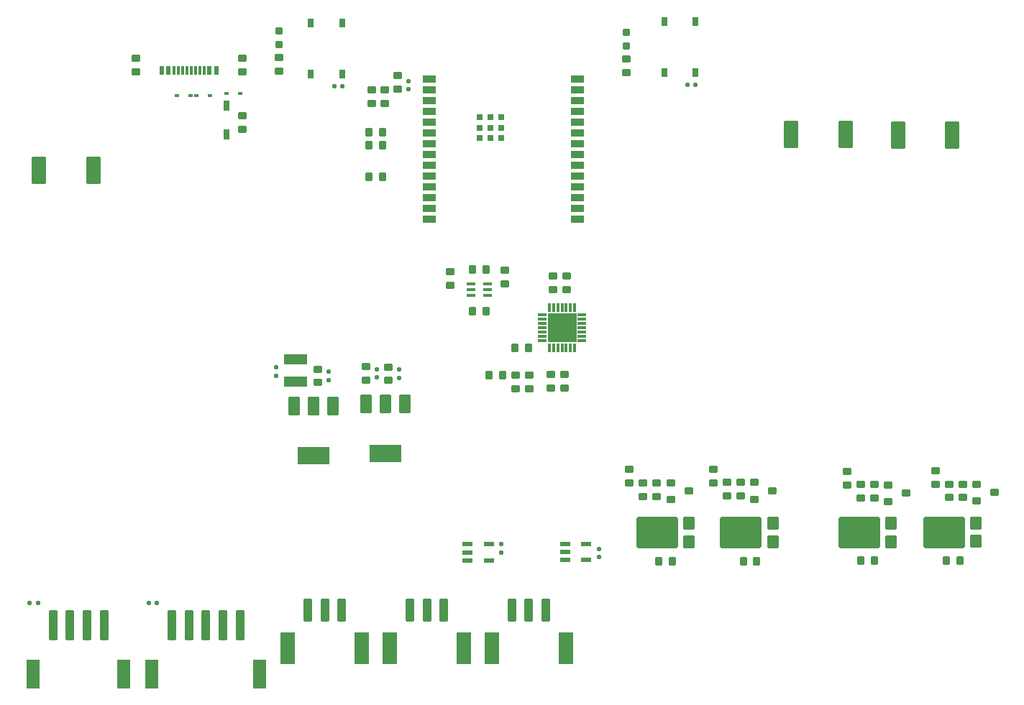
<source format=gtp>
G04*
G04 #@! TF.GenerationSoftware,Altium Limited,Altium Designer,22.8.2 (66)*
G04*
G04 Layer_Color=8421504*
%FSAX25Y25*%
%MOIN*%
G70*
G04*
G04 #@! TF.SameCoordinates,CD0932C5-B174-4F7F-AF8C-C675B02BC22C*
G04*
G04*
G04 #@! TF.FilePolarity,Positive*
G04*
G01*
G75*
G04:AMPARAMS|DCode=16|XSize=47.24mil|YSize=21.65mil|CornerRadius=2.17mil|HoleSize=0mil|Usage=FLASHONLY|Rotation=0.000|XOffset=0mil|YOffset=0mil|HoleType=Round|Shape=RoundedRectangle|*
%AMROUNDEDRECTD16*
21,1,0.04724,0.01732,0,0,0.0*
21,1,0.04291,0.02165,0,0,0.0*
1,1,0.00433,0.02146,-0.00866*
1,1,0.00433,-0.02146,-0.00866*
1,1,0.00433,-0.02146,0.00866*
1,1,0.00433,0.02146,0.00866*
%
%ADD16ROUNDEDRECTD16*%
G04:AMPARAMS|DCode=17|XSize=55.12mil|YSize=84.65mil|CornerRadius=5.51mil|HoleSize=0mil|Usage=FLASHONLY|Rotation=0.000|XOffset=0mil|YOffset=0mil|HoleType=Round|Shape=RoundedRectangle|*
%AMROUNDEDRECTD17*
21,1,0.05512,0.07362,0,0,0.0*
21,1,0.04409,0.08465,0,0,0.0*
1,1,0.01102,0.02205,-0.03681*
1,1,0.01102,-0.02205,-0.03681*
1,1,0.01102,-0.02205,0.03681*
1,1,0.01102,0.02205,0.03681*
%
%ADD17ROUNDEDRECTD17*%
%ADD18R,0.14567X0.08465*%
G04:AMPARAMS|DCode=19|XSize=37.4mil|YSize=33.47mil|CornerRadius=3.35mil|HoleSize=0mil|Usage=FLASHONLY|Rotation=0.000|XOffset=0mil|YOffset=0mil|HoleType=Round|Shape=RoundedRectangle|*
%AMROUNDEDRECTD19*
21,1,0.03740,0.02677,0,0,0.0*
21,1,0.03071,0.03347,0,0,0.0*
1,1,0.00669,0.01535,-0.01339*
1,1,0.00669,-0.01535,-0.01339*
1,1,0.00669,-0.01535,0.01339*
1,1,0.00669,0.01535,0.01339*
%
%ADD19ROUNDEDRECTD19*%
G04:AMPARAMS|DCode=20|XSize=40.16mil|YSize=14.17mil|CornerRadius=1.42mil|HoleSize=0mil|Usage=FLASHONLY|Rotation=0.000|XOffset=0mil|YOffset=0mil|HoleType=Round|Shape=RoundedRectangle|*
%AMROUNDEDRECTD20*
21,1,0.04016,0.01134,0,0,0.0*
21,1,0.03732,0.01417,0,0,0.0*
1,1,0.00284,0.01866,-0.00567*
1,1,0.00284,-0.01866,-0.00567*
1,1,0.00284,-0.01866,0.00567*
1,1,0.00284,0.01866,0.00567*
%
%ADD20ROUNDEDRECTD20*%
G04:AMPARAMS|DCode=21|XSize=39.37mil|YSize=137.8mil|CornerRadius=3.94mil|HoleSize=0mil|Usage=FLASHONLY|Rotation=0.000|XOffset=0mil|YOffset=0mil|HoleType=Round|Shape=RoundedRectangle|*
%AMROUNDEDRECTD21*
21,1,0.03937,0.12992,0,0,0.0*
21,1,0.03150,0.13780,0,0,0.0*
1,1,0.00787,0.01575,-0.06496*
1,1,0.00787,-0.01575,-0.06496*
1,1,0.00787,-0.01575,0.06496*
1,1,0.00787,0.01575,0.06496*
%
%ADD21ROUNDEDRECTD21*%
%ADD22R,0.05906X0.13386*%
G04:AMPARAMS|DCode=23|XSize=39.37mil|YSize=106.3mil|CornerRadius=3.94mil|HoleSize=0mil|Usage=FLASHONLY|Rotation=180.000|XOffset=0mil|YOffset=0mil|HoleType=Round|Shape=RoundedRectangle|*
%AMROUNDEDRECTD23*
21,1,0.03937,0.09843,0,0,180.0*
21,1,0.03150,0.10630,0,0,180.0*
1,1,0.00787,-0.01575,0.04921*
1,1,0.00787,0.01575,0.04921*
1,1,0.00787,0.01575,-0.04921*
1,1,0.00787,-0.01575,-0.04921*
%
%ADD23ROUNDEDRECTD23*%
%ADD24R,0.07087X0.14961*%
G04:AMPARAMS|DCode=25|XSize=20mil|YSize=20mil|CornerRadius=2mil|HoleSize=0mil|Usage=FLASHONLY|Rotation=180.000|XOffset=0mil|YOffset=0mil|HoleType=Round|Shape=RoundedRectangle|*
%AMROUNDEDRECTD25*
21,1,0.02000,0.01600,0,0,180.0*
21,1,0.01600,0.02000,0,0,180.0*
1,1,0.00400,-0.00800,0.00800*
1,1,0.00400,0.00800,0.00800*
1,1,0.00400,0.00800,-0.00800*
1,1,0.00400,-0.00800,-0.00800*
%
%ADD25ROUNDEDRECTD25*%
G04:AMPARAMS|DCode=26|XSize=37.4mil|YSize=33.47mil|CornerRadius=3.35mil|HoleSize=0mil|Usage=FLASHONLY|Rotation=270.000|XOffset=0mil|YOffset=0mil|HoleType=Round|Shape=RoundedRectangle|*
%AMROUNDEDRECTD26*
21,1,0.03740,0.02677,0,0,270.0*
21,1,0.03071,0.03347,0,0,270.0*
1,1,0.00669,-0.01339,-0.01535*
1,1,0.00669,-0.01339,0.01535*
1,1,0.00669,0.01339,0.01535*
1,1,0.00669,0.01339,-0.01535*
%
%ADD26ROUNDEDRECTD26*%
G04:AMPARAMS|DCode=27|XSize=20.87mil|YSize=16.54mil|CornerRadius=1.65mil|HoleSize=0mil|Usage=FLASHONLY|Rotation=180.000|XOffset=0mil|YOffset=0mil|HoleType=Round|Shape=RoundedRectangle|*
%AMROUNDEDRECTD27*
21,1,0.02087,0.01323,0,0,180.0*
21,1,0.01756,0.01654,0,0,180.0*
1,1,0.00331,-0.00878,0.00661*
1,1,0.00331,0.00878,0.00661*
1,1,0.00331,0.00878,-0.00661*
1,1,0.00331,-0.00878,-0.00661*
%
%ADD27ROUNDEDRECTD27*%
G04:AMPARAMS|DCode=28|XSize=47.24mil|YSize=29.53mil|CornerRadius=2.95mil|HoleSize=0mil|Usage=FLASHONLY|Rotation=90.000|XOffset=0mil|YOffset=0mil|HoleType=Round|Shape=RoundedRectangle|*
%AMROUNDEDRECTD28*
21,1,0.04724,0.02362,0,0,90.0*
21,1,0.04134,0.02953,0,0,90.0*
1,1,0.00591,0.01181,0.02067*
1,1,0.00591,0.01181,-0.02067*
1,1,0.00591,-0.01181,-0.02067*
1,1,0.00591,-0.01181,0.02067*
%
%ADD28ROUNDEDRECTD28*%
G04:AMPARAMS|DCode=29|XSize=59.06mil|YSize=35.43mil|CornerRadius=3.54mil|HoleSize=0mil|Usage=FLASHONLY|Rotation=0.000|XOffset=0mil|YOffset=0mil|HoleType=Round|Shape=RoundedRectangle|*
%AMROUNDEDRECTD29*
21,1,0.05906,0.02835,0,0,0.0*
21,1,0.05197,0.03543,0,0,0.0*
1,1,0.00709,0.02598,-0.01417*
1,1,0.00709,-0.02598,-0.01417*
1,1,0.00709,-0.02598,0.01417*
1,1,0.00709,0.02598,0.01417*
%
%ADD29ROUNDEDRECTD29*%
%ADD30R,0.03150X0.03150*%
G04:AMPARAMS|DCode=31|XSize=20mil|YSize=20mil|CornerRadius=2mil|HoleSize=0mil|Usage=FLASHONLY|Rotation=90.000|XOffset=0mil|YOffset=0mil|HoleType=Round|Shape=RoundedRectangle|*
%AMROUNDEDRECTD31*
21,1,0.02000,0.01600,0,0,90.0*
21,1,0.01600,0.02000,0,0,90.0*
1,1,0.00400,0.00800,0.00800*
1,1,0.00400,0.00800,-0.00800*
1,1,0.00400,-0.00800,-0.00800*
1,1,0.00400,-0.00800,0.00800*
%
%ADD31ROUNDEDRECTD31*%
G04:AMPARAMS|DCode=32|XSize=31.5mil|YSize=31.5mil|CornerRadius=3.94mil|HoleSize=0mil|Usage=FLASHONLY|Rotation=90.000|XOffset=0mil|YOffset=0mil|HoleType=Round|Shape=RoundedRectangle|*
%AMROUNDEDRECTD32*
21,1,0.03150,0.02362,0,0,90.0*
21,1,0.02362,0.03150,0,0,90.0*
1,1,0.00787,0.01181,0.01181*
1,1,0.00787,0.01181,-0.01181*
1,1,0.00787,-0.01181,-0.01181*
1,1,0.00787,-0.01181,0.01181*
%
%ADD32ROUNDEDRECTD32*%
G04:AMPARAMS|DCode=33|XSize=107.09mil|YSize=49.61mil|CornerRadius=4.96mil|HoleSize=0mil|Usage=FLASHONLY|Rotation=0.000|XOffset=0mil|YOffset=0mil|HoleType=Round|Shape=RoundedRectangle|*
%AMROUNDEDRECTD33*
21,1,0.10709,0.03969,0,0,0.0*
21,1,0.09717,0.04961,0,0,0.0*
1,1,0.00992,0.04858,-0.01984*
1,1,0.00992,-0.04858,-0.01984*
1,1,0.00992,-0.04858,0.01984*
1,1,0.00992,0.04858,0.01984*
%
%ADD33ROUNDEDRECTD33*%
G04:AMPARAMS|DCode=34|XSize=39.37mil|YSize=11.81mil|CornerRadius=1.18mil|HoleSize=0mil|Usage=FLASHONLY|Rotation=0.000|XOffset=0mil|YOffset=0mil|HoleType=Round|Shape=RoundedRectangle|*
%AMROUNDEDRECTD34*
21,1,0.03937,0.00945,0,0,0.0*
21,1,0.03701,0.01181,0,0,0.0*
1,1,0.00236,0.01850,-0.00472*
1,1,0.00236,-0.01850,-0.00472*
1,1,0.00236,-0.01850,0.00472*
1,1,0.00236,0.01850,0.00472*
%
%ADD34ROUNDEDRECTD34*%
G04:AMPARAMS|DCode=35|XSize=39.37mil|YSize=11.81mil|CornerRadius=1.18mil|HoleSize=0mil|Usage=FLASHONLY|Rotation=90.000|XOffset=0mil|YOffset=0mil|HoleType=Round|Shape=RoundedRectangle|*
%AMROUNDEDRECTD35*
21,1,0.03937,0.00945,0,0,90.0*
21,1,0.03701,0.01181,0,0,90.0*
1,1,0.00236,0.00472,0.01850*
1,1,0.00236,0.00472,-0.01850*
1,1,0.00236,-0.00472,-0.01850*
1,1,0.00236,-0.00472,0.01850*
%
%ADD35ROUNDEDRECTD35*%
%ADD36R,0.13189X0.13189*%
G04:AMPARAMS|DCode=37|XSize=33.47mil|YSize=39.37mil|CornerRadius=3.35mil|HoleSize=0mil|Usage=FLASHONLY|Rotation=270.000|XOffset=0mil|YOffset=0mil|HoleType=Round|Shape=RoundedRectangle|*
%AMROUNDEDRECTD37*
21,1,0.03347,0.03268,0,0,270.0*
21,1,0.02677,0.03937,0,0,270.0*
1,1,0.00669,-0.01634,-0.01339*
1,1,0.00669,-0.01634,0.01339*
1,1,0.00669,0.01634,0.01339*
1,1,0.00669,0.01634,-0.01339*
%
%ADD37ROUNDEDRECTD37*%
G04:AMPARAMS|DCode=38|XSize=62.99mil|YSize=52.76mil|CornerRadius=5.28mil|HoleSize=0mil|Usage=FLASHONLY|Rotation=270.000|XOffset=0mil|YOffset=0mil|HoleType=Round|Shape=RoundedRectangle|*
%AMROUNDEDRECTD38*
21,1,0.06299,0.04221,0,0,270.0*
21,1,0.05244,0.05276,0,0,270.0*
1,1,0.01055,-0.02110,-0.02622*
1,1,0.01055,-0.02110,0.02622*
1,1,0.01055,0.02110,0.02622*
1,1,0.01055,0.02110,-0.02622*
%
%ADD38ROUNDEDRECTD38*%
G04:AMPARAMS|DCode=39|XSize=195.28mil|YSize=149.61mil|CornerRadius=14.96mil|HoleSize=0mil|Usage=FLASHONLY|Rotation=0.000|XOffset=0mil|YOffset=0mil|HoleType=Round|Shape=RoundedRectangle|*
%AMROUNDEDRECTD39*
21,1,0.19528,0.11969,0,0,0.0*
21,1,0.16535,0.14961,0,0,0.0*
1,1,0.02992,0.08268,-0.05984*
1,1,0.02992,-0.08268,-0.05984*
1,1,0.02992,-0.08268,0.05984*
1,1,0.02992,0.08268,0.05984*
%
%ADD39ROUNDEDRECTD39*%
G04:AMPARAMS|DCode=40|XSize=67.72mil|YSize=125.98mil|CornerRadius=6.77mil|HoleSize=0mil|Usage=FLASHONLY|Rotation=0.000|XOffset=0mil|YOffset=0mil|HoleType=Round|Shape=RoundedRectangle|*
%AMROUNDEDRECTD40*
21,1,0.06772,0.11244,0,0,0.0*
21,1,0.05417,0.12598,0,0,0.0*
1,1,0.01354,0.02709,-0.05622*
1,1,0.01354,-0.02709,-0.05622*
1,1,0.01354,-0.02709,0.05622*
1,1,0.01354,0.02709,0.05622*
%
%ADD40ROUNDEDRECTD40*%
G04:AMPARAMS|DCode=41|XSize=39.37mil|YSize=27.56mil|CornerRadius=2.76mil|HoleSize=0mil|Usage=FLASHONLY|Rotation=90.000|XOffset=0mil|YOffset=0mil|HoleType=Round|Shape=RoundedRectangle|*
%AMROUNDEDRECTD41*
21,1,0.03937,0.02205,0,0,90.0*
21,1,0.03386,0.02756,0,0,90.0*
1,1,0.00551,0.01102,0.01693*
1,1,0.00551,0.01102,-0.01693*
1,1,0.00551,-0.01102,-0.01693*
1,1,0.00551,-0.01102,0.01693*
%
%ADD41ROUNDEDRECTD41*%
%ADD42R,0.02362X0.04488*%
%ADD43R,0.01181X0.04488*%
D16*
X0634938Y0793248D02*
D03*
Y0785768D02*
D03*
X0625096D02*
D03*
Y0789508D02*
D03*
Y0793248D02*
D03*
X0680038Y0793448D02*
D03*
Y0785968D02*
D03*
X0670196D02*
D03*
Y0789708D02*
D03*
Y0793448D02*
D03*
D17*
X0596072Y0858364D02*
D03*
X0587017D02*
D03*
X0577962D02*
D03*
X0544705Y0857465D02*
D03*
X0553760D02*
D03*
X0562815D02*
D03*
D18*
X0587017Y0835333D02*
D03*
X0553760Y0834433D02*
D03*
D19*
X0616917Y0919657D02*
D03*
Y0913358D02*
D03*
X0642317Y0920357D02*
D03*
Y0914058D02*
D03*
X0520517Y0985758D02*
D03*
Y0992057D02*
D03*
X0647354Y0871689D02*
D03*
Y0865390D02*
D03*
X0653754Y0871589D02*
D03*
Y0865290D02*
D03*
X0663654Y0865590D02*
D03*
Y0871889D02*
D03*
X0669954Y0865590D02*
D03*
Y0871889D02*
D03*
X0670854Y0911490D02*
D03*
Y0917789D02*
D03*
X0664754Y0911490D02*
D03*
Y0917789D02*
D03*
X0586717Y0997758D02*
D03*
Y1004057D02*
D03*
X0580717Y0997758D02*
D03*
Y1004057D02*
D03*
X0592617Y1004258D02*
D03*
Y1010557D02*
D03*
X0537717Y1019057D02*
D03*
Y1012758D02*
D03*
X0698717Y1018357D02*
D03*
Y1012058D02*
D03*
X0588217Y0869199D02*
D03*
Y0875498D02*
D03*
X0577917Y0869399D02*
D03*
Y0875698D02*
D03*
X0555660Y0868199D02*
D03*
Y0874498D02*
D03*
X0520617Y1012258D02*
D03*
Y1018557D02*
D03*
X0471217Y1012258D02*
D03*
Y1018557D02*
D03*
X0841917Y0821158D02*
D03*
Y0827457D02*
D03*
X0848317Y0821157D02*
D03*
Y0814858D02*
D03*
X0854617Y0821157D02*
D03*
Y0814858D02*
D03*
X0801017Y0820758D02*
D03*
Y0827057D02*
D03*
X0807317Y0820857D02*
D03*
Y0814558D02*
D03*
X0813517Y0820857D02*
D03*
Y0814558D02*
D03*
X0738917Y0821808D02*
D03*
Y0828107D02*
D03*
X0745217Y0821857D02*
D03*
Y0815558D02*
D03*
X0751617Y0821857D02*
D03*
Y0815558D02*
D03*
X0706217Y0821657D02*
D03*
Y0815358D02*
D03*
X0699917Y0821758D02*
D03*
Y0828057D02*
D03*
X0712617Y0821757D02*
D03*
Y0815458D02*
D03*
D20*
X0626657Y0908849D02*
D03*
Y0911408D02*
D03*
Y0913967D02*
D03*
X0634177D02*
D03*
Y0911408D02*
D03*
Y0908849D02*
D03*
D21*
X0488079Y0755807D02*
D03*
X0495953D02*
D03*
X0503827D02*
D03*
X0511701D02*
D03*
X0519575D02*
D03*
X0432961D02*
D03*
X0440835D02*
D03*
X0448709D02*
D03*
X0456583D02*
D03*
D22*
X0478827Y0733169D02*
D03*
X0528827D02*
D03*
X0465835D02*
D03*
X0423709D02*
D03*
D23*
X0566819Y0762697D02*
D03*
X0558946D02*
D03*
X0551072D02*
D03*
X0614064D02*
D03*
X0606190D02*
D03*
X0598316D02*
D03*
X0661308D02*
D03*
X0653434D02*
D03*
X0645560D02*
D03*
D24*
X0576072Y0745177D02*
D03*
X0541819D02*
D03*
X0623316D02*
D03*
X0589064D02*
D03*
X0670560D02*
D03*
X0636308D02*
D03*
D25*
X0685917Y0790998D02*
D03*
Y0787218D02*
D03*
X0640817Y0789418D02*
D03*
Y0793197D02*
D03*
X0597717Y1004218D02*
D03*
Y1007998D02*
D03*
X0593217Y0870459D02*
D03*
Y0874238D02*
D03*
X0583017Y0870559D02*
D03*
Y0874339D02*
D03*
X0560760Y0869459D02*
D03*
Y0873238D02*
D03*
X0536460Y0871459D02*
D03*
Y0875239D02*
D03*
D26*
X0579418Y0984208D02*
D03*
X0585717D02*
D03*
X0579418Y0978445D02*
D03*
X0585717D02*
D03*
X0641304Y0871539D02*
D03*
X0635005D02*
D03*
X0653367Y0884508D02*
D03*
X0647068D02*
D03*
X0627468Y0920708D02*
D03*
X0633767D02*
D03*
X0633517Y0901208D02*
D03*
X0627218D02*
D03*
X0585717Y0963681D02*
D03*
X0579418D02*
D03*
X0713768Y0785308D02*
D03*
X0720067D02*
D03*
X0752868D02*
D03*
X0759167D02*
D03*
X0807268Y0785608D02*
D03*
X0813567D02*
D03*
X0847168D02*
D03*
X0853467D02*
D03*
D27*
X0519767Y1002408D02*
D03*
X0513468D02*
D03*
X0490268Y1001508D02*
D03*
X0496567D02*
D03*
X0505767D02*
D03*
X0499468D02*
D03*
D28*
X0513317Y0996801D02*
D03*
Y0983415D02*
D03*
D29*
X0607174Y1008996D02*
D03*
Y1003996D02*
D03*
Y0998996D02*
D03*
Y0993996D02*
D03*
Y0988996D02*
D03*
Y0983996D02*
D03*
Y0978996D02*
D03*
Y0973996D02*
D03*
Y0968996D02*
D03*
Y0963996D02*
D03*
Y0958996D02*
D03*
Y0953996D02*
D03*
Y0948996D02*
D03*
Y0943996D02*
D03*
X0676072D02*
D03*
Y0948996D02*
D03*
Y0953996D02*
D03*
Y0958996D02*
D03*
Y0963996D02*
D03*
Y0968996D02*
D03*
Y0973996D02*
D03*
Y0978996D02*
D03*
Y0983996D02*
D03*
Y0988996D02*
D03*
Y0993996D02*
D03*
Y0998996D02*
D03*
Y1003996D02*
D03*
Y1008996D02*
D03*
D30*
X0635698Y0986476D02*
D03*
Y0991397D02*
D03*
X0630776D02*
D03*
Y0986476D02*
D03*
Y0981555D02*
D03*
X0635698D02*
D03*
X0640619D02*
D03*
Y0986476D02*
D03*
Y0991397D02*
D03*
D31*
X0477227Y0766008D02*
D03*
X0481007D02*
D03*
X0422127D02*
D03*
X0425907D02*
D03*
X0563227Y1005808D02*
D03*
X0567007D02*
D03*
X0727027Y1006308D02*
D03*
X0730807D02*
D03*
D32*
X0537617Y1025108D02*
D03*
Y1031407D02*
D03*
X0698717Y1024258D02*
D03*
Y1030557D02*
D03*
D33*
X0545260Y0879085D02*
D03*
Y0868612D02*
D03*
D34*
X0659602Y0899545D02*
D03*
Y0897576D02*
D03*
Y0895608D02*
D03*
Y0893639D02*
D03*
Y0891671D02*
D03*
Y0889702D02*
D03*
Y0887734D02*
D03*
X0678106D02*
D03*
Y0889702D02*
D03*
Y0891671D02*
D03*
Y0893639D02*
D03*
Y0895608D02*
D03*
Y0897576D02*
D03*
Y0899545D02*
D03*
D35*
X0662949Y0884387D02*
D03*
X0664917D02*
D03*
X0666886D02*
D03*
X0668854D02*
D03*
X0670823D02*
D03*
X0672791D02*
D03*
X0674760D02*
D03*
Y0902891D02*
D03*
X0672791D02*
D03*
X0670823D02*
D03*
X0668854D02*
D03*
X0666886D02*
D03*
X0664917D02*
D03*
X0662949D02*
D03*
D36*
X0668854Y0893639D02*
D03*
D37*
X0860983Y0813449D02*
D03*
Y0821166D02*
D03*
X0869251Y0817308D02*
D03*
X0819983Y0813050D02*
D03*
Y0820766D02*
D03*
X0828251Y0816908D02*
D03*
X0758083Y0814149D02*
D03*
Y0821866D02*
D03*
X0766351Y0818008D02*
D03*
X0719283Y0814050D02*
D03*
Y0821766D02*
D03*
X0727551Y0817908D02*
D03*
D38*
X0727717Y0802894D02*
D03*
Y0794508D02*
D03*
X0766517Y0802894D02*
D03*
Y0794508D02*
D03*
X0821317Y0802894D02*
D03*
Y0794508D02*
D03*
X0860617Y0802994D02*
D03*
Y0794608D02*
D03*
D39*
X0712953Y0798701D02*
D03*
X0751753D02*
D03*
X0806553D02*
D03*
X0845853Y0798801D02*
D03*
D40*
X0849835Y0982908D02*
D03*
X0824599D02*
D03*
X0800235Y0983308D02*
D03*
X0774999D02*
D03*
X0426499Y0966608D02*
D03*
X0451735D02*
D03*
D41*
X0730817Y1035730D02*
D03*
Y1012108D02*
D03*
X0716250Y1035730D02*
D03*
Y1012108D02*
D03*
X0567001Y1035019D02*
D03*
Y1011397D02*
D03*
X0552434Y1035019D02*
D03*
Y1011397D02*
D03*
D42*
X0508552Y1012894D02*
D03*
X0505402D02*
D03*
X0486505D02*
D03*
X0483355D02*
D03*
D43*
X0502843D02*
D03*
X0500875D02*
D03*
X0498906D02*
D03*
X0496938D02*
D03*
X0494969D02*
D03*
X0493001D02*
D03*
X0491032D02*
D03*
X0489064D02*
D03*
M02*

</source>
